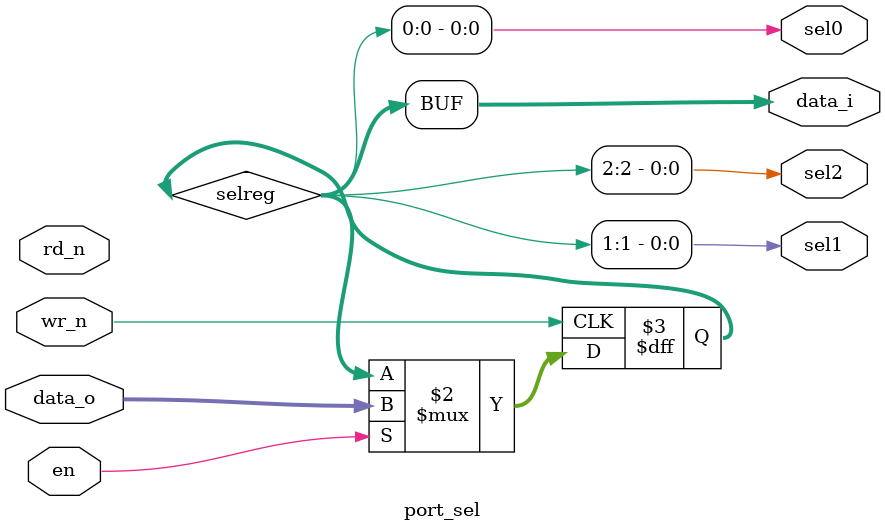
<source format=v>
module port_sel(


//对内部总线的信号

input [7:0]data_o,

input wr_n,
input rd_n,

input en,


output  [7:0]data_i,
output sel0,
output sel1,
output sel2

);

reg [7:0] selreg;

always@(posedge wr_n )begin
            
            selreg <= en ? data_o : selreg;
            
end

assign data_i = selreg;

assign sel0 = selreg[0];
assign sel1 = selreg[1];
assign sel2 = selreg[2];

endmodule

        
</source>
